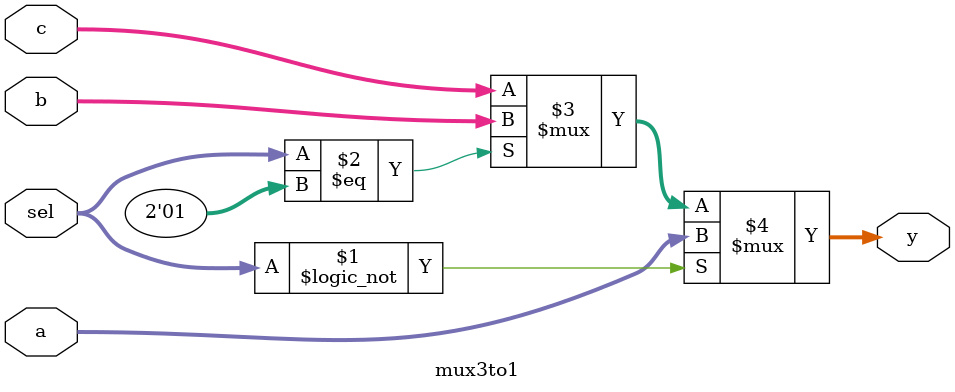
<source format=v>

module mux3to1( sel, a, b, c, y );
    parameter bitwidth=32;
    input [1:0] sel;
    input  [bitwidth-1:0] a, b, c;
    output [bitwidth-1:0] y;

    assign y = (sel == 2'b00 ) ? a :
	           (sel == 2'b01) ? b :
				c ;
endmodule

</source>
